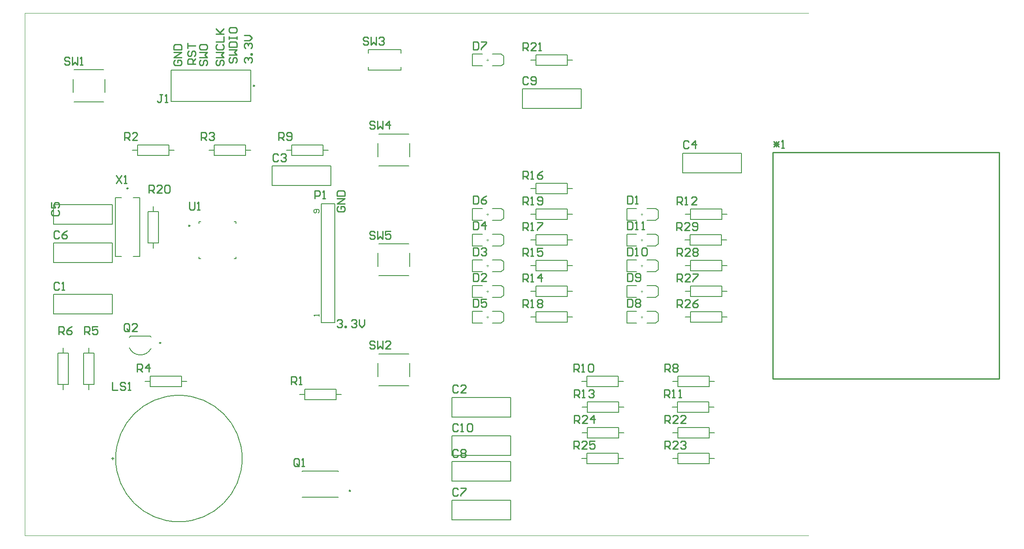
<source format=gto>
G04*
G04 #@! TF.GenerationSoftware,Altium Limited,Altium Designer,21.8.1 (53)*
G04*
G04 Layer_Color=65535*
%FSLAX43Y43*%
%MOMM*%
G71*
G04*
G04 #@! TF.SameCoordinates,254FD313-6811-457E-9EF1-8F19C8A8C8A9*
G04*
G04*
G04 #@! TF.FilePolarity,Positive*
G04*
G01*
G75*
%ADD10C,0.250*%
%ADD11C,0.200*%
%ADD12C,0.150*%
%ADD13C,0.254*%
%ADD14C,0.100*%
%ADD15C,0.152*%
D10*
X32125Y60275D02*
G03*
X32125Y60275I-125J0D01*
G01*
X44700Y87500D02*
G03*
X44700Y87500I-125J0D01*
G01*
X20125Y67550D02*
G03*
X20125Y67550I-125J0D01*
G01*
X26475Y37500D02*
G03*
X26475Y37500I-125J0D01*
G01*
X63375Y8730D02*
G03*
X63375Y8730I-125J0D01*
G01*
D11*
X24577Y38600D02*
G03*
X24434Y38835I-2077J-1100D01*
G01*
X20566D02*
G03*
X20371Y38494I1934J-1335D01*
G01*
X20371Y36506D02*
G03*
X24577Y36400I2129J994D01*
G01*
X33900Y60775D02*
Y61100D01*
Y53900D02*
Y54225D01*
X40775Y53900D02*
X41100D01*
X33900D02*
X34225D01*
X41100Y60775D02*
Y61100D01*
Y53900D02*
Y54225D01*
X40775Y61100D02*
X41100D01*
X33900D02*
X34225D01*
X28485Y90575D02*
X43975D01*
Y84425D02*
Y90575D01*
X28485Y84425D02*
X43975D01*
X28485D02*
Y90575D01*
X96785Y83095D02*
X108215D01*
Y86905D01*
X96785D02*
X108215D01*
X96785Y83095D02*
Y86905D01*
X74880Y73732D02*
Y76332D01*
X68880Y71932D02*
X74680D01*
X68680Y73732D02*
Y76332D01*
X68880Y78132D02*
X74680D01*
X135468Y56484D02*
Y58516D01*
X129372Y56484D02*
X135468D01*
X129372D02*
Y58516D01*
X135468D01*
Y57500D02*
X136484D01*
X128356D02*
X129372D01*
X135548Y51484D02*
Y53516D01*
X129452Y51484D02*
X135548D01*
X129452D02*
Y53516D01*
X135548D01*
Y52500D02*
X136564D01*
X128436D02*
X129452D01*
X135548Y46484D02*
Y48516D01*
X129452Y46484D02*
X135548D01*
X129452D02*
Y48516D01*
X135548D01*
Y47500D02*
X136564D01*
X128436D02*
X129452D01*
X135548Y41484D02*
Y43516D01*
X129452Y41484D02*
X135548D01*
X129452D02*
Y43516D01*
X135548D01*
Y42500D02*
X136564D01*
X128436D02*
X129452D01*
X109372Y13984D02*
Y16016D01*
X115468D01*
Y13984D02*
Y16016D01*
X109372Y13984D02*
X115468D01*
X108356Y15000D02*
X109372D01*
X115468D02*
X116484D01*
X109452Y18984D02*
Y21016D01*
X115548D01*
Y18984D02*
Y21016D01*
X109452Y18984D02*
X115548D01*
X108436Y20000D02*
X109452D01*
X115548D02*
X116564D01*
X127032Y13984D02*
Y16016D01*
X133128D01*
Y13984D02*
Y16016D01*
X127032Y13984D02*
X133128D01*
X126016Y15000D02*
X127032D01*
X133128D02*
X134144D01*
X127032Y18984D02*
Y21016D01*
X133128D01*
Y18984D02*
Y21016D01*
X127032Y18984D02*
X133128D01*
X126016Y20000D02*
X127032D01*
X133128D02*
X134144D01*
X105548Y91484D02*
Y93516D01*
X99452Y91484D02*
X105548D01*
X99452D02*
Y93516D01*
X105548D01*
Y92500D02*
X106564D01*
X98436D02*
X99452D01*
X23984Y63048D02*
X26016D01*
Y56952D02*
Y63048D01*
X23984Y56952D02*
X26016D01*
X23984D02*
Y63048D01*
X25000D02*
Y64064D01*
Y55936D02*
Y56952D01*
X105548Y61484D02*
Y63516D01*
X99452Y61484D02*
X105548D01*
X99452D02*
Y63516D01*
X105548D01*
Y62500D02*
X106564D01*
X98436D02*
X99452D01*
X105548Y41484D02*
Y43516D01*
X99452Y41484D02*
X105548D01*
X99452D02*
Y43516D01*
X105548D01*
Y42500D02*
X106564D01*
X98436D02*
X99452D01*
X105548Y56484D02*
Y58516D01*
X99452Y56484D02*
X105548D01*
X99452D02*
Y58516D01*
X105548D01*
Y57500D02*
X106564D01*
X98436D02*
X99452D01*
Y66484D02*
Y68516D01*
X105548D01*
Y66484D02*
Y68516D01*
X99452Y66484D02*
X105548D01*
X98436Y67500D02*
X99452D01*
X105548D02*
X106564D01*
X105548Y51484D02*
Y53516D01*
X99452Y51484D02*
X105548D01*
X99452D02*
Y53516D01*
X105548D01*
Y52500D02*
X106564D01*
X98436D02*
X99452D01*
X105548Y46484D02*
Y48516D01*
X99452Y46484D02*
X105548D01*
X99452D02*
Y48516D01*
X105548D01*
Y47500D02*
X106564D01*
X98436D02*
X99452D01*
X109452Y23984D02*
Y26016D01*
X115548D01*
Y23984D02*
Y26016D01*
X109452Y23984D02*
X115548D01*
X108436Y25000D02*
X109452D01*
X115548D02*
X116564D01*
X135548Y61484D02*
Y63516D01*
X129452Y61484D02*
X135548D01*
X129452D02*
Y63516D01*
X135548D01*
Y62500D02*
X136564D01*
X128436D02*
X129452D01*
X126952Y23984D02*
Y26016D01*
X133048D01*
Y23984D02*
Y26016D01*
X126952Y23984D02*
X133048D01*
X125936Y25000D02*
X126952D01*
X133048D02*
X134064D01*
X109372Y28984D02*
Y31016D01*
X115468D01*
Y28984D02*
Y31016D01*
X109372Y28984D02*
X115468D01*
X108356Y30000D02*
X109372D01*
X115468D02*
X116484D01*
X58048Y73984D02*
Y76016D01*
X51952Y73984D02*
X58048D01*
X51952D02*
Y76016D01*
X58048D01*
Y75000D02*
X59064D01*
X50936D02*
X51952D01*
X127032Y28984D02*
Y31016D01*
X133128D01*
Y28984D02*
Y31016D01*
X127032Y28984D02*
X133128D01*
X126016Y30000D02*
X127032D01*
X133128D02*
X134144D01*
X6484Y35548D02*
X8516D01*
Y29452D02*
Y35548D01*
X6484Y29452D02*
X8516D01*
X6484D02*
Y35548D01*
X7500D02*
Y36564D01*
Y28436D02*
Y29452D01*
X11484D02*
X13516D01*
X11484D02*
Y35548D01*
X13516D01*
Y29452D02*
Y35548D01*
X12500Y28436D02*
Y29452D01*
Y35548D02*
Y36564D01*
X30548Y28984D02*
Y31016D01*
X24452Y28984D02*
X30548D01*
X24452D02*
Y31016D01*
X30548D01*
Y30000D02*
X31564D01*
X23436D02*
X24452D01*
X42968Y73984D02*
Y76016D01*
X36872Y73984D02*
X42968D01*
X36872D02*
Y76016D01*
X42968D01*
Y75000D02*
X43984D01*
X35856D02*
X36872D01*
X28048Y73984D02*
Y76016D01*
X21952Y73984D02*
X28048D01*
X21952D02*
Y76016D01*
X28048D01*
Y75000D02*
X29064D01*
X20936D02*
X21952D01*
X54452Y26484D02*
Y28516D01*
X60548D01*
Y26484D02*
Y28516D01*
X54452Y26484D02*
X60548D01*
X53436Y27500D02*
X54452D01*
X60548D02*
X61564D01*
X121000Y58650D02*
X122700D01*
Y56350D02*
X123200Y56750D01*
X122700Y58650D02*
X123200Y58250D01*
X121000Y56350D02*
X122700D01*
X123200Y56750D02*
Y58250D01*
X117100Y56350D02*
Y58650D01*
X119000D01*
X117100Y56350D02*
X119000D01*
X121000Y53650D02*
X122700D01*
Y51350D02*
X123200Y51750D01*
X122700Y53650D02*
X123200Y53250D01*
X121000Y51350D02*
X122700D01*
X123200Y51750D02*
Y53250D01*
X117100Y51350D02*
Y53650D01*
X119000D01*
X117100Y51350D02*
X119000D01*
X121000Y48650D02*
X122700D01*
Y46350D02*
X123200Y46750D01*
X122700Y48650D02*
X123200Y48250D01*
X121000Y46350D02*
X122700D01*
X123200Y46750D02*
Y48250D01*
X117100Y46350D02*
Y48650D01*
X119000D01*
X117100Y46350D02*
X119000D01*
X121000Y43650D02*
X122700D01*
Y41350D02*
X123200Y41750D01*
X122700Y43650D02*
X123200Y43250D01*
X121000Y41350D02*
X122700D01*
X123200Y41750D02*
Y43250D01*
X117100Y41350D02*
Y43650D01*
X119000D01*
X117100Y41350D02*
X119000D01*
X91000Y93650D02*
X92700D01*
Y91350D02*
X93200Y91750D01*
X92700Y93650D02*
X93200Y93250D01*
X91000Y91350D02*
X92700D01*
X93200Y91750D02*
Y93250D01*
X87100Y91350D02*
Y93650D01*
X89000D01*
X87100Y91350D02*
X89000D01*
X91000Y63650D02*
X92700D01*
Y61350D02*
X93200Y61750D01*
X92700Y63650D02*
X93200Y63250D01*
X91000Y61350D02*
X92700D01*
X93200Y61750D02*
Y63250D01*
X87100Y61350D02*
Y63650D01*
X89000D01*
X87100Y61350D02*
X89000D01*
X91000Y43650D02*
X92700D01*
Y41350D02*
X93200Y41750D01*
X92700Y43650D02*
X93200Y43250D01*
X91000Y41350D02*
X92700D01*
X93200Y41750D02*
Y43250D01*
X87100Y41350D02*
Y43650D01*
X89000D01*
X87100Y41350D02*
X89000D01*
X91000Y58650D02*
X92700D01*
Y56350D02*
X93200Y56750D01*
X92700Y58650D02*
X93200Y58250D01*
X91000Y56350D02*
X92700D01*
X93200Y56750D02*
Y58250D01*
X87100Y56350D02*
Y58650D01*
X89000D01*
X87100Y56350D02*
X89000D01*
X91000Y53650D02*
X92700D01*
Y51350D02*
X93200Y51750D01*
X92700Y53650D02*
X93200Y53250D01*
X91000Y51350D02*
X92700D01*
X93200Y51750D02*
Y53250D01*
X87100Y51350D02*
Y53650D01*
X89000D01*
X87100Y51350D02*
X89000D01*
X91000Y48650D02*
X92700D01*
Y46350D02*
X93200Y46750D01*
X92700Y48650D02*
X93200Y48250D01*
X91000Y46350D02*
X92700D01*
X93200Y46750D02*
Y48250D01*
X87100Y46350D02*
Y48650D01*
X89000D01*
X87100Y46350D02*
X89000D01*
X121000Y63650D02*
X122700D01*
Y61350D02*
X123200Y61750D01*
X122700Y63650D02*
X123200Y63250D01*
X121000Y61350D02*
X122700D01*
X123200Y61750D02*
Y63250D01*
X117100Y61350D02*
Y63650D01*
X119000D01*
X117100Y61350D02*
X119000D01*
X83095Y15595D02*
Y19405D01*
X94525D01*
Y15595D02*
Y19405D01*
X83095Y15595D02*
X94525D01*
X83095Y10595D02*
Y14405D01*
X94525D01*
Y10595D02*
Y14405D01*
X83095Y10595D02*
X94525D01*
X83095Y3095D02*
Y6905D01*
X94525D01*
Y3095D02*
Y6905D01*
X83095Y3095D02*
X94525D01*
X5595Y53095D02*
Y56905D01*
X17025D01*
Y53095D02*
Y56905D01*
X5595Y53095D02*
X17025D01*
X5595Y60595D02*
Y64405D01*
X17025D01*
Y60595D02*
Y64405D01*
X5595Y60595D02*
X17025D01*
X139405Y70595D02*
Y74405D01*
X127975Y70595D02*
X139405D01*
X127975D02*
Y74405D01*
X139405D01*
X59525Y68095D02*
Y71905D01*
X48095Y68095D02*
X59525D01*
X48095D02*
Y71905D01*
X59525D01*
X94525Y23095D02*
Y26905D01*
X83095Y23095D02*
X94525D01*
X83095D02*
Y26905D01*
X94525D01*
X17025Y43095D02*
Y46905D01*
X5595Y43095D02*
X17025D01*
X5595D02*
Y46905D01*
X17025D01*
X17650Y54300D02*
Y65700D01*
Y54300D02*
X18850D01*
X17650Y65700D02*
X18850D01*
X21150D02*
X22350D01*
X21150Y54300D02*
X22350D01*
Y65700D01*
X68880Y56741D02*
X74680D01*
X68680Y52341D02*
Y54941D01*
X68880Y50541D02*
X74680D01*
X74880Y52341D02*
Y54941D01*
X66850Y93875D02*
Y94500D01*
Y90500D02*
Y91125D01*
Y90500D02*
X73150D01*
Y93875D02*
Y94500D01*
Y90500D02*
Y91125D01*
X66850Y94500D02*
X73150D01*
X68880Y35350D02*
X74680D01*
X68680Y30950D02*
Y33550D01*
X68880Y29150D02*
X74680D01*
X74880Y30950D02*
Y33550D01*
X9600Y84400D02*
X15400D01*
X15600Y86200D02*
Y88800D01*
X9600Y90600D02*
X15400D01*
X9400Y86200D02*
Y88800D01*
X20566Y38835D02*
X24434D01*
X61000Y7460D02*
Y7505D01*
Y12495D02*
Y12540D01*
X54000D02*
X61000D01*
X54000Y7460D02*
Y7505D01*
Y12495D02*
Y12540D01*
Y7460D02*
X61000D01*
X57655Y64580D02*
X60345D01*
X57655Y41420D02*
Y64580D01*
Y41420D02*
X60345D01*
Y64580D01*
X17150Y14750D02*
Y15250D01*
X16900Y15000D02*
X17400D01*
D12*
X42300Y15000D02*
G03*
X42300Y15000I-12300J0D01*
G01*
D13*
X145500Y30500D02*
X189500D01*
X145500Y74500D02*
X189500D01*
Y30500D02*
Y74500D01*
X145500Y30500D02*
Y74500D01*
X60754Y41774D02*
X61008Y42028D01*
X61516D01*
X61770Y41774D01*
Y41520D01*
X61516Y41266D01*
X61262D01*
X61516D01*
X61770Y41012D01*
Y40758D01*
X61516Y40504D01*
X61008D01*
X60754Y40758D01*
X62278Y40504D02*
Y40758D01*
X62531D01*
Y40504D01*
X62278D01*
X63547Y41774D02*
X63801Y42028D01*
X64309D01*
X64563Y41774D01*
Y41520D01*
X64309Y41266D01*
X64055D01*
X64309D01*
X64563Y41012D01*
Y40758D01*
X64309Y40504D01*
X63801D01*
X63547Y40758D01*
X65071Y42028D02*
Y41012D01*
X65578Y40504D01*
X66086Y41012D01*
Y42028D01*
X60976Y64020D02*
X60722Y63766D01*
Y63258D01*
X60976Y63004D01*
X61992D01*
X62246Y63258D01*
Y63766D01*
X61992Y64020D01*
X61484D01*
Y63512D01*
X62246Y64527D02*
X60722D01*
X62246Y65543D01*
X60722D01*
Y66051D02*
X62246D01*
Y66813D01*
X61992Y67067D01*
X60976D01*
X60722Y66813D01*
Y66051D01*
X29226Y92520D02*
X28972Y92266D01*
Y91758D01*
X29226Y91504D01*
X30242D01*
X30496Y91758D01*
Y92266D01*
X30242Y92520D01*
X29734D01*
Y92012D01*
X30496Y93028D02*
X28972D01*
X30496Y94043D01*
X28972D01*
Y94551D02*
X30496D01*
Y95313D01*
X30242Y95567D01*
X29226D01*
X28972Y95313D01*
Y94551D01*
X33246Y91754D02*
X31722D01*
Y92516D01*
X31976Y92770D01*
X32484D01*
X32738Y92516D01*
Y91754D01*
Y92262D02*
X33246Y92770D01*
X31976Y94293D02*
X31722Y94039D01*
Y93531D01*
X31976Y93278D01*
X32230D01*
X32484Y93531D01*
Y94039D01*
X32738Y94293D01*
X32992D01*
X33246Y94039D01*
Y93531D01*
X32992Y93278D01*
X31722Y94801D02*
Y95817D01*
Y95309D01*
X33246D01*
X34226Y92520D02*
X33972Y92266D01*
Y91758D01*
X34226Y91504D01*
X34480D01*
X34734Y91758D01*
Y92266D01*
X34988Y92520D01*
X35242D01*
X35496Y92266D01*
Y91758D01*
X35242Y91504D01*
X33972Y93028D02*
X35496D01*
X34988Y93535D01*
X35496Y94043D01*
X33972D01*
Y95313D02*
Y94805D01*
X34226Y94551D01*
X35242D01*
X35496Y94805D01*
Y95313D01*
X35242Y95567D01*
X34226D01*
X33972Y95313D01*
X37476Y92520D02*
X37222Y92266D01*
Y91758D01*
X37476Y91504D01*
X37730D01*
X37984Y91758D01*
Y92266D01*
X38238Y92520D01*
X38492D01*
X38746Y92266D01*
Y91758D01*
X38492Y91504D01*
X37222Y93028D02*
X38746D01*
X38238Y93535D01*
X38746Y94043D01*
X37222D01*
X37476Y95567D02*
X37222Y95313D01*
Y94805D01*
X37476Y94551D01*
X38492D01*
X38746Y94805D01*
Y95313D01*
X38492Y95567D01*
X37222Y96075D02*
X38746D01*
Y97090D01*
X37222Y97598D02*
X38746D01*
X38238D01*
X37222Y98614D01*
X37984Y97852D01*
X38746Y98614D01*
X39976Y93020D02*
X39722Y92766D01*
Y92258D01*
X39976Y92004D01*
X40230D01*
X40484Y92258D01*
Y92766D01*
X40738Y93020D01*
X40992D01*
X41246Y92766D01*
Y92258D01*
X40992Y92004D01*
X39722Y93527D02*
X41246D01*
X40738Y94035D01*
X41246Y94543D01*
X39722D01*
Y95051D02*
X41246D01*
Y95813D01*
X40992Y96067D01*
X39976D01*
X39722Y95813D01*
Y95051D01*
Y96575D02*
Y97082D01*
Y96828D01*
X41246D01*
Y96575D01*
Y97082D01*
X39722Y98606D02*
Y98098D01*
X39976Y97844D01*
X40992D01*
X41246Y98098D01*
Y98606D01*
X40992Y98860D01*
X39976D01*
X39722Y98606D01*
X42976Y92004D02*
X42722Y92258D01*
Y92766D01*
X42976Y93020D01*
X43230D01*
X43484Y92766D01*
Y92512D01*
Y92766D01*
X43738Y93020D01*
X43992D01*
X44246Y92766D01*
Y92258D01*
X43992Y92004D01*
X44246Y93528D02*
X43992D01*
Y93781D01*
X44246D01*
Y93528D01*
X42976Y94797D02*
X42722Y95051D01*
Y95559D01*
X42976Y95813D01*
X43230D01*
X43484Y95559D01*
Y95305D01*
Y95559D01*
X43738Y95813D01*
X43992D01*
X44246Y95559D01*
Y95051D01*
X43992Y94797D01*
X42722Y96321D02*
X43738D01*
X44246Y96828D01*
X43738Y97336D01*
X42722D01*
X32004Y64846D02*
Y63576D01*
X32258Y63322D01*
X32766D01*
X33020Y63576D01*
Y64846D01*
X33528Y63322D02*
X34035D01*
X33781D01*
Y64846D01*
X33528Y64592D01*
X68072Y80391D02*
X67818Y80645D01*
X67310D01*
X67056Y80391D01*
Y80137D01*
X67310Y79883D01*
X67818D01*
X68072Y79629D01*
Y79375D01*
X67818Y79121D01*
X67310D01*
X67056Y79375D01*
X68580Y80645D02*
Y79121D01*
X69087Y79629D01*
X69595Y79121D01*
Y80645D01*
X70865Y79121D02*
Y80645D01*
X70103Y79883D01*
X71119D01*
X126797Y59385D02*
Y60909D01*
X127559D01*
X127812Y60655D01*
Y60147D01*
X127559Y59893D01*
X126797D01*
X127305D02*
X127812Y59385D01*
X129336D02*
X128320D01*
X129336Y60401D01*
Y60655D01*
X129082Y60909D01*
X128574D01*
X128320Y60655D01*
X129844Y59639D02*
X130098Y59385D01*
X130606D01*
X130859Y59639D01*
Y60655D01*
X130606Y60909D01*
X130098D01*
X129844Y60655D01*
Y60401D01*
X130098Y60147D01*
X130859D01*
X17780Y70078D02*
X18796Y68555D01*
Y70078D02*
X17780Y68555D01*
X19304D02*
X19811D01*
X19557D01*
Y70078D01*
X19304Y69824D01*
X68072Y59000D02*
X67818Y59254D01*
X67310D01*
X67056Y59000D01*
Y58746D01*
X67310Y58492D01*
X67818D01*
X68072Y58238D01*
Y57984D01*
X67818Y57730D01*
X67310D01*
X67056Y57984D01*
X68580Y59254D02*
Y57730D01*
X69087Y58238D01*
X69595Y57730D01*
Y59254D01*
X71119D02*
X70103D01*
Y58492D01*
X70611Y58746D01*
X70865D01*
X71119Y58492D01*
Y57984D01*
X70865Y57730D01*
X70357D01*
X70103Y57984D01*
X66827Y96723D02*
X66573Y96977D01*
X66065D01*
X65811Y96723D01*
Y96469D01*
X66065Y96215D01*
X66573D01*
X66827Y95961D01*
Y95707D01*
X66573Y95453D01*
X66065D01*
X65811Y95707D01*
X67335Y96977D02*
Y95453D01*
X67843Y95961D01*
X68351Y95453D01*
Y96977D01*
X68858Y96723D02*
X69112Y96977D01*
X69620D01*
X69874Y96723D01*
Y96469D01*
X69620Y96215D01*
X69366D01*
X69620D01*
X69874Y95961D01*
Y95707D01*
X69620Y95453D01*
X69112D01*
X68858Y95707D01*
X68080Y37617D02*
X67826Y37871D01*
X67318D01*
X67064Y37617D01*
Y37363D01*
X67318Y37109D01*
X67826D01*
X68080Y36855D01*
Y36601D01*
X67826Y36347D01*
X67318D01*
X67064Y36601D01*
X68588Y37871D02*
Y36347D01*
X69095Y36855D01*
X69603Y36347D01*
Y37871D01*
X71127Y36347D02*
X70111D01*
X71127Y37363D01*
Y37617D01*
X70873Y37871D01*
X70365D01*
X70111Y37617D01*
X8788Y92862D02*
X8534Y93116D01*
X8026D01*
X7772Y92862D01*
Y92608D01*
X8026Y92354D01*
X8534D01*
X8788Y92100D01*
Y91846D01*
X8534Y91592D01*
X8026D01*
X7772Y91846D01*
X9296Y93116D02*
Y91592D01*
X9804Y92100D01*
X10312Y91592D01*
Y93116D01*
X10819Y91592D02*
X11327D01*
X11073D01*
Y93116D01*
X10819Y92862D01*
X126873Y54381D02*
Y55905D01*
X127635D01*
X127889Y55651D01*
Y55143D01*
X127635Y54889D01*
X126873D01*
X127381D02*
X127889Y54381D01*
X129412D02*
X128397D01*
X129412Y55397D01*
Y55651D01*
X129158Y55905D01*
X128650D01*
X128397Y55651D01*
X129920D02*
X130174Y55905D01*
X130682D01*
X130936Y55651D01*
Y55397D01*
X130682Y55143D01*
X130936Y54889D01*
Y54635D01*
X130682Y54381D01*
X130174D01*
X129920Y54635D01*
Y54889D01*
X130174Y55143D01*
X129920Y55397D01*
Y55651D01*
X130174Y55143D02*
X130682D01*
X126873Y49378D02*
Y50901D01*
X127635D01*
X127889Y50647D01*
Y50139D01*
X127635Y49885D01*
X126873D01*
X127381D02*
X127889Y49378D01*
X129412D02*
X128397D01*
X129412Y50393D01*
Y50647D01*
X129158Y50901D01*
X128650D01*
X128397Y50647D01*
X129920Y50901D02*
X130936D01*
Y50647D01*
X129920Y49632D01*
Y49378D01*
X126873Y44374D02*
Y45897D01*
X127635D01*
X127889Y45643D01*
Y45136D01*
X127635Y44882D01*
X126873D01*
X127381D02*
X127889Y44374D01*
X129412D02*
X128397D01*
X129412Y45389D01*
Y45643D01*
X129158Y45897D01*
X128650D01*
X128397Y45643D01*
X130936Y45897D02*
X130428Y45643D01*
X129920Y45136D01*
Y44628D01*
X130174Y44374D01*
X130682D01*
X130936Y44628D01*
Y44882D01*
X130682Y45136D01*
X129920D01*
X106782Y16866D02*
Y18389D01*
X107543D01*
X107797Y18135D01*
Y17627D01*
X107543Y17373D01*
X106782D01*
X107289D02*
X107797Y16866D01*
X109321D02*
X108305D01*
X109321Y17881D01*
Y18135D01*
X109067Y18389D01*
X108559D01*
X108305Y18135D01*
X110844Y18389D02*
X109829D01*
Y17627D01*
X110336Y17881D01*
X110590D01*
X110844Y17627D01*
Y17120D01*
X110590Y16866D01*
X110083D01*
X109829Y17120D01*
X106883Y21869D02*
Y23393D01*
X107645D01*
X107899Y23139D01*
Y22631D01*
X107645Y22377D01*
X106883D01*
X107391D02*
X107899Y21869D01*
X109422D02*
X108407D01*
X109422Y22885D01*
Y23139D01*
X109168Y23393D01*
X108661D01*
X108407Y23139D01*
X110692Y21869D02*
Y23393D01*
X109930Y22631D01*
X110946D01*
X124460Y16866D02*
Y18389D01*
X125222D01*
X125476Y18135D01*
Y17627D01*
X125222Y17373D01*
X124460D01*
X124968D02*
X125476Y16866D01*
X126999D02*
X125984D01*
X126999Y17881D01*
Y18135D01*
X126745Y18389D01*
X126237D01*
X125984Y18135D01*
X127507D02*
X127761Y18389D01*
X128269D01*
X128523Y18135D01*
Y17881D01*
X128269Y17627D01*
X128015D01*
X128269D01*
X128523Y17373D01*
Y17120D01*
X128269Y16866D01*
X127761D01*
X127507Y17120D01*
X124460Y21869D02*
Y23393D01*
X125222D01*
X125476Y23139D01*
Y22631D01*
X125222Y22377D01*
X124460D01*
X124968D02*
X125476Y21869D01*
X126999D02*
X125984D01*
X126999Y22885D01*
Y23139D01*
X126745Y23393D01*
X126237D01*
X125984Y23139D01*
X128523Y21869D02*
X127507D01*
X128523Y22885D01*
Y23139D01*
X128269Y23393D01*
X127761D01*
X127507Y23139D01*
X96876Y94386D02*
Y95910D01*
X97637D01*
X97891Y95656D01*
Y95148D01*
X97637Y94894D01*
X96876D01*
X97383D02*
X97891Y94386D01*
X99415D02*
X98399D01*
X99415Y95402D01*
Y95656D01*
X99161Y95910D01*
X98653D01*
X98399Y95656D01*
X99923Y94386D02*
X100430D01*
X100177D01*
Y95910D01*
X99923Y95656D01*
X24130Y66650D02*
Y68173D01*
X24892D01*
X25146Y67919D01*
Y67411D01*
X24892Y67157D01*
X24130D01*
X24638D02*
X25146Y66650D01*
X26669D02*
X25654D01*
X26669Y67665D01*
Y67919D01*
X26415Y68173D01*
X25907D01*
X25654Y67919D01*
X27177D02*
X27431Y68173D01*
X27939D01*
X28193Y67919D01*
Y66904D01*
X27939Y66650D01*
X27431D01*
X27177Y66904D01*
Y67919D01*
X96876Y64389D02*
Y65913D01*
X97637D01*
X97891Y65659D01*
Y65151D01*
X97637Y64897D01*
X96876D01*
X97383D02*
X97891Y64389D01*
X98399D02*
X98907D01*
X98653D01*
Y65913D01*
X98399Y65659D01*
X99669Y64643D02*
X99923Y64389D01*
X100430D01*
X100684Y64643D01*
Y65659D01*
X100430Y65913D01*
X99923D01*
X99669Y65659D01*
Y65405D01*
X99923Y65151D01*
X100684D01*
X96876Y44374D02*
Y45897D01*
X97637D01*
X97891Y45643D01*
Y45136D01*
X97637Y44882D01*
X96876D01*
X97383D02*
X97891Y44374D01*
X98399D02*
X98907D01*
X98653D01*
Y45897D01*
X98399Y45643D01*
X99669D02*
X99923Y45897D01*
X100430D01*
X100684Y45643D01*
Y45389D01*
X100430Y45136D01*
X100684Y44882D01*
Y44628D01*
X100430Y44374D01*
X99923D01*
X99669Y44628D01*
Y44882D01*
X99923Y45136D01*
X99669Y45389D01*
Y45643D01*
X99923Y45136D02*
X100430D01*
X96876Y59385D02*
Y60909D01*
X97637D01*
X97891Y60655D01*
Y60147D01*
X97637Y59893D01*
X96876D01*
X97383D02*
X97891Y59385D01*
X98399D02*
X98907D01*
X98653D01*
Y60909D01*
X98399Y60655D01*
X99669Y60909D02*
X100684D01*
Y60655D01*
X99669Y59639D01*
Y59385D01*
X96876Y69367D02*
Y70891D01*
X97637D01*
X97891Y70637D01*
Y70129D01*
X97637Y69875D01*
X96876D01*
X97383D02*
X97891Y69367D01*
X98399D02*
X98907D01*
X98653D01*
Y70891D01*
X98399Y70637D01*
X100684Y70891D02*
X100177Y70637D01*
X99669Y70129D01*
Y69621D01*
X99923Y69367D01*
X100430D01*
X100684Y69621D01*
Y69875D01*
X100430Y70129D01*
X99669D01*
X96876Y54381D02*
Y55905D01*
X97637D01*
X97891Y55651D01*
Y55143D01*
X97637Y54889D01*
X96876D01*
X97383D02*
X97891Y54381D01*
X98399D02*
X98907D01*
X98653D01*
Y55905D01*
X98399Y55651D01*
X100684Y55905D02*
X99669D01*
Y55143D01*
X100177Y55397D01*
X100430D01*
X100684Y55143D01*
Y54635D01*
X100430Y54381D01*
X99923D01*
X99669Y54635D01*
X96876Y49378D02*
Y50901D01*
X97637D01*
X97891Y50647D01*
Y50139D01*
X97637Y49885D01*
X96876D01*
X97383D02*
X97891Y49378D01*
X98399D02*
X98907D01*
X98653D01*
Y50901D01*
X98399Y50647D01*
X100430Y49378D02*
Y50901D01*
X99669Y50139D01*
X100684D01*
X106883Y26873D02*
Y28397D01*
X107645D01*
X107899Y28143D01*
Y27635D01*
X107645Y27381D01*
X106883D01*
X107391D02*
X107899Y26873D01*
X108407D02*
X108915D01*
X108661D01*
Y28397D01*
X108407Y28143D01*
X109676D02*
X109930Y28397D01*
X110438D01*
X110692Y28143D01*
Y27889D01*
X110438Y27635D01*
X110184D01*
X110438D01*
X110692Y27381D01*
Y27127D01*
X110438Y26873D01*
X109930D01*
X109676Y27127D01*
X126873Y64389D02*
Y65913D01*
X127635D01*
X127889Y65659D01*
Y65151D01*
X127635Y64897D01*
X126873D01*
X127381D02*
X127889Y64389D01*
X128397D02*
X128904D01*
X128650D01*
Y65913D01*
X128397Y65659D01*
X130682Y64389D02*
X129666D01*
X130682Y65405D01*
Y65659D01*
X130428Y65913D01*
X129920D01*
X129666Y65659D01*
X124384Y26873D02*
Y28397D01*
X125146D01*
X125399Y28143D01*
Y27635D01*
X125146Y27381D01*
X124384D01*
X124892D02*
X125399Y26873D01*
X125907D02*
X126415D01*
X126161D01*
Y28397D01*
X125907Y28143D01*
X127177Y26873D02*
X127685D01*
X127431D01*
Y28397D01*
X127177Y28143D01*
X106782Y31877D02*
Y33401D01*
X107543D01*
X107797Y33147D01*
Y32639D01*
X107543Y32385D01*
X106782D01*
X107289D02*
X107797Y31877D01*
X108305D02*
X108813D01*
X108559D01*
Y33401D01*
X108305Y33147D01*
X109575D02*
X109829Y33401D01*
X110336D01*
X110590Y33147D01*
Y32131D01*
X110336Y31877D01*
X109829D01*
X109575Y32131D01*
Y33147D01*
X49378Y76886D02*
Y78409D01*
X50139D01*
X50393Y78155D01*
Y77648D01*
X50139Y77394D01*
X49378D01*
X49885D02*
X50393Y76886D01*
X50901Y77140D02*
X51155Y76886D01*
X51663D01*
X51917Y77140D01*
Y78155D01*
X51663Y78409D01*
X51155D01*
X50901Y78155D01*
Y77901D01*
X51155Y77648D01*
X51917D01*
X124460Y31877D02*
Y33401D01*
X125222D01*
X125476Y33147D01*
Y32639D01*
X125222Y32385D01*
X124460D01*
X124968D02*
X125476Y31877D01*
X125984Y33147D02*
X126237Y33401D01*
X126745D01*
X126999Y33147D01*
Y32893D01*
X126745Y32639D01*
X126999Y32385D01*
Y32131D01*
X126745Y31877D01*
X126237D01*
X125984Y32131D01*
Y32385D01*
X126237Y32639D01*
X125984Y32893D01*
Y33147D01*
X126237Y32639D02*
X126745D01*
X6629Y39141D02*
Y40665D01*
X7391D01*
X7645Y40411D01*
Y39903D01*
X7391Y39649D01*
X6629D01*
X7137D02*
X7645Y39141D01*
X9169Y40665D02*
X8661Y40411D01*
X8153Y39903D01*
Y39395D01*
X8407Y39141D01*
X8915D01*
X9169Y39395D01*
Y39649D01*
X8915Y39903D01*
X8153D01*
X11633Y39141D02*
Y40665D01*
X12395D01*
X12649Y40411D01*
Y39903D01*
X12395Y39649D01*
X11633D01*
X12141D02*
X12649Y39141D01*
X14172Y40665D02*
X13157D01*
Y39903D01*
X13665Y40157D01*
X13918D01*
X14172Y39903D01*
Y39395D01*
X13918Y39141D01*
X13411D01*
X13157Y39395D01*
X21869Y31877D02*
Y33401D01*
X22631D01*
X22885Y33147D01*
Y32639D01*
X22631Y32385D01*
X21869D01*
X22377D02*
X22885Y31877D01*
X24155D02*
Y33401D01*
X23393Y32639D01*
X24409D01*
X34290Y76886D02*
Y78409D01*
X35052D01*
X35306Y78155D01*
Y77648D01*
X35052Y77394D01*
X34290D01*
X34798D02*
X35306Y76886D01*
X35814Y78155D02*
X36067Y78409D01*
X36575D01*
X36829Y78155D01*
Y77901D01*
X36575Y77648D01*
X36321D01*
X36575D01*
X36829Y77394D01*
Y77140D01*
X36575Y76886D01*
X36067D01*
X35814Y77140D01*
X19380Y76886D02*
Y78409D01*
X20142D01*
X20396Y78155D01*
Y77648D01*
X20142Y77394D01*
X19380D01*
X19888D02*
X20396Y76886D01*
X21919D02*
X20904D01*
X21919Y77901D01*
Y78155D01*
X21665Y78409D01*
X21158D01*
X20904Y78155D01*
X51867Y29388D02*
Y30911D01*
X52629D01*
X52882Y30657D01*
Y30150D01*
X52629Y29896D01*
X51867D01*
X52375D02*
X52882Y29388D01*
X53390D02*
X53898D01*
X53644D01*
Y30911D01*
X53390Y30657D01*
X20345Y39980D02*
Y40995D01*
X20091Y41249D01*
X19583D01*
X19329Y40995D01*
Y39980D01*
X19583Y39726D01*
X20091D01*
X19837Y40233D02*
X20345Y39726D01*
X20091D02*
X20345Y39980D01*
X21869Y39726D02*
X20853D01*
X21869Y40741D01*
Y40995D01*
X21615Y41249D01*
X21107D01*
X20853Y40995D01*
X53365Y13767D02*
Y14782D01*
X53111Y15036D01*
X52603D01*
X52349Y14782D01*
Y13767D01*
X52603Y13513D01*
X53111D01*
X52857Y14021D02*
X53365Y13513D01*
X53111D02*
X53365Y13767D01*
X53873Y13513D02*
X54381D01*
X54127D01*
Y15036D01*
X53873Y14782D01*
X56388Y65557D02*
Y67081D01*
X57150D01*
X57404Y66827D01*
Y66319D01*
X57150Y66065D01*
X56388D01*
X57912Y65557D02*
X58419D01*
X58165D01*
Y67081D01*
X57912Y66827D01*
X17043Y29794D02*
Y28270D01*
X18059D01*
X19583Y29540D02*
X19329Y29794D01*
X18821D01*
X18567Y29540D01*
Y29286D01*
X18821Y29032D01*
X19329D01*
X19583Y28778D01*
Y28524D01*
X19329Y28270D01*
X18821D01*
X18567Y28524D01*
X20090Y28270D02*
X20598D01*
X20344D01*
Y29794D01*
X20090Y29540D01*
X26750Y85762D02*
X26242D01*
X26496D01*
Y84492D01*
X26242Y84238D01*
X25988D01*
X25734Y84492D01*
X27258Y84238D02*
X27766D01*
X27512D01*
Y85762D01*
X27258Y85508D01*
X117246Y61036D02*
Y59512D01*
X118008D01*
X118262Y59766D01*
Y60782D01*
X118008Y61036D01*
X117246D01*
X118770Y59512D02*
X119278D01*
X119024D01*
Y61036D01*
X118770Y60782D01*
X120039Y59512D02*
X120547D01*
X120293D01*
Y61036D01*
X120039Y60782D01*
X117246Y56032D02*
Y54508D01*
X118008D01*
X118262Y54762D01*
Y55778D01*
X118008Y56032D01*
X117246D01*
X118770Y54508D02*
X119278D01*
X119024D01*
Y56032D01*
X118770Y55778D01*
X120039D02*
X120293Y56032D01*
X120801D01*
X121055Y55778D01*
Y54762D01*
X120801Y54508D01*
X120293D01*
X120039Y54762D01*
Y55778D01*
X117246Y51028D02*
Y49505D01*
X118008D01*
X118262Y49759D01*
Y50774D01*
X118008Y51028D01*
X117246D01*
X118770Y49759D02*
X119024Y49505D01*
X119532D01*
X119786Y49759D01*
Y50774D01*
X119532Y51028D01*
X119024D01*
X118770Y50774D01*
Y50520D01*
X119024Y50266D01*
X119786D01*
X117246Y46024D02*
Y44501D01*
X118008D01*
X118262Y44755D01*
Y45770D01*
X118008Y46024D01*
X117246D01*
X118770Y45770D02*
X119024Y46024D01*
X119532D01*
X119786Y45770D01*
Y45516D01*
X119532Y45263D01*
X119786Y45009D01*
Y44755D01*
X119532Y44501D01*
X119024D01*
X118770Y44755D01*
Y45009D01*
X119024Y45263D01*
X118770Y45516D01*
Y45770D01*
X119024Y45263D02*
X119532D01*
X87249Y96037D02*
Y94513D01*
X88011D01*
X88265Y94767D01*
Y95783D01*
X88011Y96037D01*
X87249D01*
X88773D02*
X89788D01*
Y95783D01*
X88773Y94767D01*
Y94513D01*
X87249Y66040D02*
Y64516D01*
X88011D01*
X88265Y64770D01*
Y65786D01*
X88011Y66040D01*
X87249D01*
X89788D02*
X89280Y65786D01*
X88773Y65278D01*
Y64770D01*
X89026Y64516D01*
X89534D01*
X89788Y64770D01*
Y65024D01*
X89534Y65278D01*
X88773D01*
X87249Y46024D02*
Y44501D01*
X88011D01*
X88265Y44755D01*
Y45770D01*
X88011Y46024D01*
X87249D01*
X89788D02*
X88773D01*
Y45263D01*
X89280Y45516D01*
X89534D01*
X89788Y45263D01*
Y44755D01*
X89534Y44501D01*
X89026D01*
X88773Y44755D01*
X87249Y61036D02*
Y59512D01*
X88011D01*
X88265Y59766D01*
Y60782D01*
X88011Y61036D01*
X87249D01*
X89534Y59512D02*
Y61036D01*
X88773Y60274D01*
X89788D01*
X87249Y56032D02*
Y54508D01*
X88011D01*
X88265Y54762D01*
Y55778D01*
X88011Y56032D01*
X87249D01*
X88773Y55778D02*
X89026Y56032D01*
X89534D01*
X89788Y55778D01*
Y55524D01*
X89534Y55270D01*
X89280D01*
X89534D01*
X89788Y55016D01*
Y54762D01*
X89534Y54508D01*
X89026D01*
X88773Y54762D01*
X87249Y51028D02*
Y49505D01*
X88011D01*
X88265Y49759D01*
Y50774D01*
X88011Y51028D01*
X87249D01*
X89788Y49505D02*
X88773D01*
X89788Y50520D01*
Y50774D01*
X89534Y51028D01*
X89026D01*
X88773Y50774D01*
X117246Y66040D02*
Y64516D01*
X118008D01*
X118262Y64770D01*
Y65786D01*
X118008Y66040D01*
X117246D01*
X118770Y64516D02*
X119278D01*
X119024D01*
Y66040D01*
X118770Y65786D01*
X84277Y21539D02*
X84023Y21793D01*
X83515D01*
X83261Y21539D01*
Y20523D01*
X83515Y20269D01*
X84023D01*
X84277Y20523D01*
X84785Y20269D02*
X85293D01*
X85039D01*
Y21793D01*
X84785Y21539D01*
X86054D02*
X86308Y21793D01*
X86816D01*
X87070Y21539D01*
Y20523D01*
X86816Y20269D01*
X86308D01*
X86054Y20523D01*
Y21539D01*
X97942Y89027D02*
X97688Y89281D01*
X97180D01*
X96926Y89027D01*
Y88011D01*
X97180Y87757D01*
X97688D01*
X97942Y88011D01*
X98450D02*
X98704Y87757D01*
X99212D01*
X99466Y88011D01*
Y89027D01*
X99212Y89281D01*
X98704D01*
X98450Y89027D01*
Y88773D01*
X98704Y88519D01*
X99466D01*
X84277Y16535D02*
X84023Y16789D01*
X83515D01*
X83261Y16535D01*
Y15519D01*
X83515Y15265D01*
X84023D01*
X84277Y15519D01*
X84785Y16535D02*
X85039Y16789D01*
X85546D01*
X85800Y16535D01*
Y16281D01*
X85546Y16027D01*
X85800Y15773D01*
Y15519D01*
X85546Y15265D01*
X85039D01*
X84785Y15519D01*
Y15773D01*
X85039Y16027D01*
X84785Y16281D01*
Y16535D01*
X85039Y16027D02*
X85546D01*
X84277Y9042D02*
X84023Y9296D01*
X83515D01*
X83261Y9042D01*
Y8026D01*
X83515Y7772D01*
X84023D01*
X84277Y8026D01*
X84785Y9296D02*
X85800D01*
Y9042D01*
X84785Y8026D01*
Y7772D01*
X6756Y59029D02*
X6502Y59283D01*
X5994D01*
X5740Y59029D01*
Y58014D01*
X5994Y57760D01*
X6502D01*
X6756Y58014D01*
X8280Y59283D02*
X7772Y59029D01*
X7264Y58521D01*
Y58014D01*
X7518Y57760D01*
X8026D01*
X8280Y58014D01*
Y58267D01*
X8026Y58521D01*
X7264D01*
X5468Y63262D02*
X5214Y63008D01*
Y62500D01*
X5468Y62246D01*
X6484D01*
X6738Y62500D01*
Y63008D01*
X6484Y63262D01*
X5214Y64786D02*
Y63770D01*
X5976D01*
X5722Y64278D01*
Y64532D01*
X5976Y64786D01*
X6484D01*
X6738Y64532D01*
Y64024D01*
X6484Y63770D01*
X129133Y76530D02*
X128879Y76784D01*
X128372D01*
X128118Y76530D01*
Y75514D01*
X128372Y75260D01*
X128879D01*
X129133Y75514D01*
X130403Y75260D02*
Y76784D01*
X129641Y76022D01*
X130657D01*
X49276Y74041D02*
X49022Y74295D01*
X48514D01*
X48260Y74041D01*
Y73025D01*
X48514Y72771D01*
X49022D01*
X49276Y73025D01*
X49784Y74041D02*
X50037Y74295D01*
X50545D01*
X50799Y74041D01*
Y73787D01*
X50545Y73533D01*
X50291D01*
X50545D01*
X50799Y73279D01*
Y73025D01*
X50545Y72771D01*
X50037D01*
X49784Y73025D01*
X84277Y29032D02*
X84023Y29286D01*
X83515D01*
X83261Y29032D01*
Y28016D01*
X83515Y27762D01*
X84023D01*
X84277Y28016D01*
X85800Y27762D02*
X84785D01*
X85800Y28778D01*
Y29032D01*
X85546Y29286D01*
X85039D01*
X84785Y29032D01*
X6756Y49047D02*
X6502Y49301D01*
X5994D01*
X5740Y49047D01*
Y48031D01*
X5994Y47777D01*
X6502D01*
X6756Y48031D01*
X7264Y47777D02*
X7772D01*
X7518D01*
Y49301D01*
X7264Y49047D01*
X145618Y76657D02*
X146634Y75641D01*
X145618D02*
X146634Y76657D01*
X145618Y76149D02*
X146634D01*
X146126Y75641D02*
Y76657D01*
X147142Y75387D02*
X147650D01*
X147396D01*
Y76911D01*
X147142Y76657D01*
D14*
X25Y101600D02*
X152425D01*
X0Y0D02*
Y101600D01*
Y0D02*
X152400D01*
X120000Y57300D02*
Y57700D01*
X119800Y57500D02*
X120200D01*
X120000Y52300D02*
Y52700D01*
X119800Y52500D02*
X120200D01*
X120000Y47300D02*
Y47700D01*
X119800Y47500D02*
X120200D01*
X120000Y42300D02*
Y42700D01*
X119800Y42500D02*
X120200D01*
X90000Y92300D02*
Y92700D01*
X89800Y92500D02*
X90200D01*
X90000Y62300D02*
Y62700D01*
X89800Y62500D02*
X90200D01*
X90000Y42300D02*
Y42700D01*
X89800Y42500D02*
X90200D01*
X90000Y57300D02*
Y57700D01*
X89800Y57500D02*
X90200D01*
X90000Y52300D02*
Y52700D01*
X89800Y52500D02*
X90200D01*
X90000Y47300D02*
Y47700D01*
X89800Y47500D02*
X90200D01*
X120000Y62300D02*
Y62700D01*
X119800Y62500D02*
X120200D01*
D15*
X57131Y62780D02*
X57300Y62949D01*
Y63288D01*
X57131Y63457D01*
X56454D01*
X56284Y63288D01*
Y62949D01*
X56454Y62780D01*
X56623D01*
X56792Y62949D01*
Y63457D01*
X57300Y42720D02*
Y43059D01*
Y42889D01*
X56284D01*
X56454Y42720D01*
M02*

</source>
